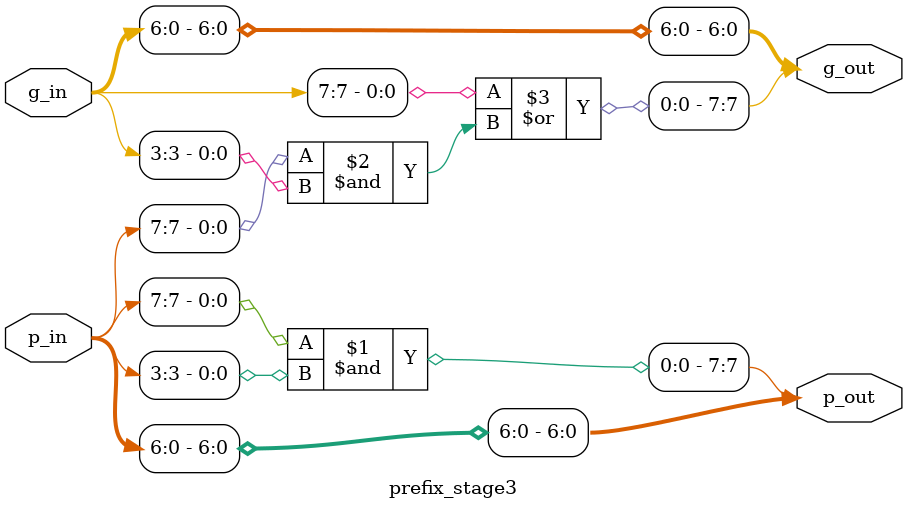
<source format=sv>
module subtractor_top #(parameter W=8) (
    input clk, en,
    input [W-1:0] a, b,
    output [W-1:0] diff_out
);
    reg [W-1:0] a_reg, b_reg;
    
    // 分离寄存器逻辑至独立always块
    always @(posedge clk) begin
        if (en) a_reg <= a;
    end
    
    always @(posedge clk) begin
        if (en) b_reg <= b;
    end
    
    // 并行前缀减法器实例
    parallel_prefix_subtractor #(.WIDTH(W)) sub_inst (
        .a(a_reg),
        .b(b_reg),
        .diff(diff_out)
    );
endmodule

// 并行前缀减法器模块
module parallel_prefix_subtractor #(parameter WIDTH=8) (
    input [WIDTH-1:0] a,
    input [WIDTH-1:0] b,
    output [WIDTH-1:0] diff
);
    wire [WIDTH-1:0] b_complement;
    wire [WIDTH:0] carry;
    wire [WIDTH-1:0] p, g;
    wire [WIDTH-1:0] p_stage1, g_stage1;
    wire [WIDTH-1:0] p_stage2, g_stage2;
    wire [WIDTH-1:0] p_stage3, g_stage3;
    
    // 取反加一 (二进制补码)
    assign b_complement = ~b + 1'b1;
    
    // 生成初始传播和生成信号
    assign p = a ^ b_complement;
    assign g = a & b_complement;
    
    // 第一阶段前缀计算模块
    prefix_stage1 #(.WIDTH(WIDTH)) stage1_inst (
        .p_in(p),
        .g_in(g),
        .p_out(p_stage1),
        .g_out(g_stage1)
    );
    
    // 第二阶段前缀计算模块
    prefix_stage2 #(.WIDTH(WIDTH)) stage2_inst (
        .p_in(p_stage1),
        .g_in(g_stage1),
        .p_out(p_stage2),
        .g_out(g_stage2)
    );
    
    // 第三阶段前缀计算模块
    prefix_stage3 #(.WIDTH(WIDTH)) stage3_inst (
        .p_in(p_stage2),
        .g_in(g_stage2),
        .p_out(p_stage3),
        .g_out(g_stage3)
    );
    
    // 计算进位信号
    assign carry[0] = 1'b1; // 减法初始进位为1
    
    genvar i;
    generate
        for (i = 0; i < WIDTH; i = i + 1) begin: carry_gen
            assign carry[i+1] = g_stage3[i] | (p_stage3[i] & carry[i]);
        end
    endgenerate
    
    // 计算最终差值
    assign diff = p ^ carry[WIDTH-1:0];
endmodule

// 第一阶段: 2位并行前缀计算
module prefix_stage1 #(parameter WIDTH=8) (
    input [WIDTH-1:0] p_in,
    input [WIDTH-1:0] g_in,
    output [WIDTH-1:0] p_out,
    output [WIDTH-1:0] g_out
);
    genvar i;
    generate
        // 偶数位直接传递
        assign p_out[0] = p_in[0];
        assign g_out[0] = g_in[0];
        
        // 奇数位合并
        for (i = 1; i < WIDTH; i = i + 2) begin: odd_bits
            assign p_out[i] = p_in[i] & p_in[i-1];
            assign g_out[i] = g_in[i] | (p_in[i] & g_in[i-1]);
            
            if (i+1 < WIDTH) begin: even_bits
                assign p_out[i+1] = p_in[i+1];
                assign g_out[i+1] = g_in[i+1];
            end
        end
    endgenerate
endmodule

// 第二阶段: 4位并行前缀计算
module prefix_stage2 #(parameter WIDTH=8) (
    input [WIDTH-1:0] p_in,
    input [WIDTH-1:0] g_in,
    output [WIDTH-1:0] p_out,
    output [WIDTH-1:0] g_out
);
    genvar i;
    generate
        // 处理每4位中的位3
        for (i = 3; i < WIDTH; i = i + 4) begin: bit3_proc
            assign p_out[i] = p_in[i] & p_in[i-2];
            assign g_out[i] = g_in[i] | (p_in[i] & g_in[i-2]);
            
            // 保持其他位不变
            if (i-1 >= 0) begin: bit2_pass
                assign p_out[i-1] = p_in[i-1];
                assign g_out[i-1] = g_in[i-1];
            end
            
            if (i-2 >= 0) begin: bit1_pass
                assign p_out[i-2] = p_in[i-2];
                assign g_out[i-2] = g_in[i-2];
            end
            
            if (i-3 >= 0) begin: bit0_pass
                assign p_out[i-3] = p_in[i-3];
                assign g_out[i-3] = g_in[i-3];
            end
        end
        
        // 填充剩余位
        for (i = 0; i < WIDTH; i = i + 4) begin: fill_remaining
            if (i < WIDTH && (i % 4) == 0) begin: bit0_fill
                assign p_out[i] = p_in[i];
                assign g_out[i] = g_in[i];
            end
        end
    endgenerate
endmodule

// 第三阶段: 8位并行前缀计算
module prefix_stage3 #(parameter WIDTH=8) (
    input [WIDTH-1:0] p_in,
    input [WIDTH-1:0] g_in,
    output [WIDTH-1:0] p_out,
    output [WIDTH-1:0] g_out
);
    genvar i;
    generate
        if (WIDTH >= 8) begin: width_ge_8
            // 处理每8位中的位7
            for (i = 7; i < WIDTH; i = i + 8) begin: bit7_proc
                assign p_out[i] = p_in[i] & p_in[i-4];
                assign g_out[i] = g_in[i] | (p_in[i] & g_in[i-4]);
                
                // 保持其他位不变
                if (i-1 >= 0) begin: bit6_pass
                    assign p_out[i-1] = p_in[i-1];
                    assign g_out[i-1] = g_in[i-1];
                end
                if (i-2 >= 0) begin: bit5_pass
                    assign p_out[i-2] = p_in[i-2];
                    assign g_out[i-2] = g_in[i-2];
                end
                if (i-3 >= 0) begin: bit4_pass
                    assign p_out[i-3] = p_in[i-3];
                    assign g_out[i-3] = g_in[i-3];
                end
                if (i-4 >= 0) begin: bit3_pass
                    assign p_out[i-4] = p_in[i-4];
                    assign g_out[i-4] = g_in[i-4];
                end
                if (i-5 >= 0) begin: bit2_pass
                    assign p_out[i-5] = p_in[i-5];
                    assign g_out[i-5] = g_in[i-5];
                end
                if (i-6 >= 0) begin: bit1_pass
                    assign p_out[i-6] = p_in[i-6];
                    assign g_out[i-6] = g_in[i-6];
                end
                if (i-7 >= 0) begin: bit0_pass
                    assign p_out[i-7] = p_in[i-7];
                    assign g_out[i-7] = g_in[i-7];
                end
            end
            
            // 填充最低7位
            for (i = 0; i < 7 && i < WIDTH; i = i + 1) begin: low_bits_fill
                assign p_out[i] = p_in[i];
                assign g_out[i] = g_in[i];
            end
        end
        else begin: width_lt_8
            // WIDTH<8时直接传递
            for (i = 0; i < WIDTH; i = i + 1) begin: bypass
                assign p_out[i] = p_in[i];
                assign g_out[i] = g_in[i];
            end
        end
    endgenerate
endmodule
</source>
